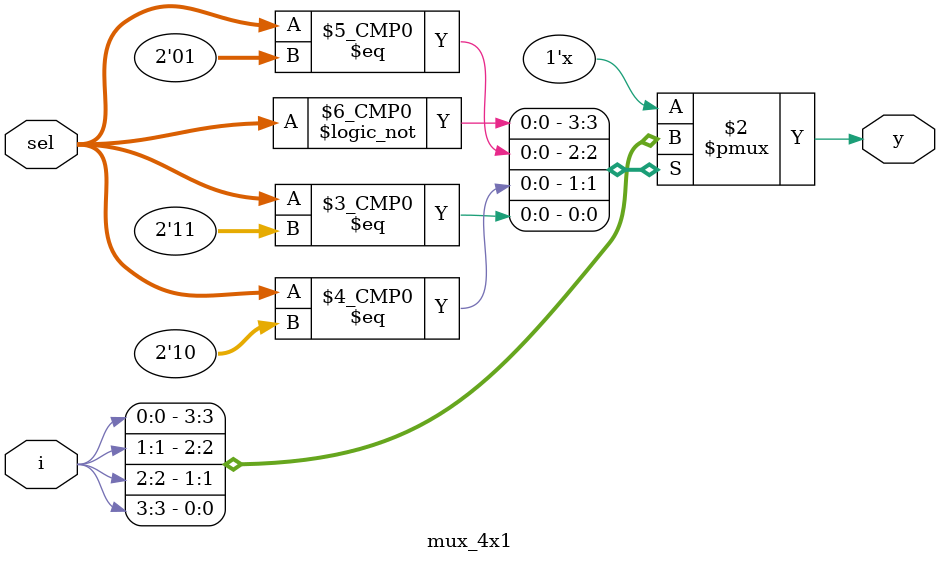
<source format=v>
module mux_4x1(i, sel, y);
  input [3:0] i;
  input [1:0] sel;
  output reg y;
  
  always@(*)  begin
    case(sel)
      
      2'b00: y=i[0];
      2'b01: y=i[1];
      2'b10: y=i[2];
      2'b11: y=i[3];
    endcase
  end
endmodule

</source>
